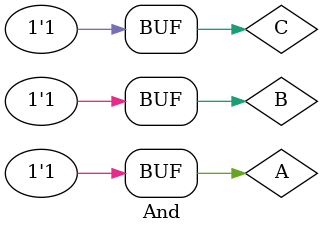
<source format=v>
`timescale 1ns/10ps

module And;

reg A, B, C;

initial begin
    A=1'b1;
    B=1'b1;
    C=1'b1;

    if(A==1'b1 && B==1'b1) begin
        $display("correct\n");
    end
end

endmodule

</source>
